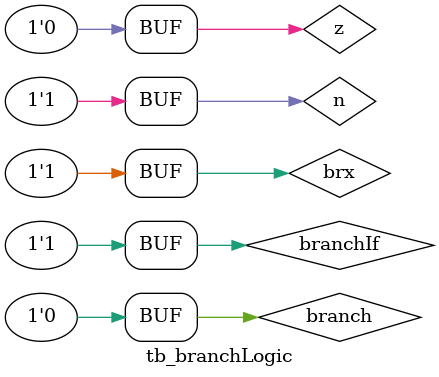
<source format=v>
`timescale 1ns / 1ps


module tb_branchLogic;

	// Inputs
	reg branch;
	reg branchIf;
	reg brx;
	reg z;
	reg n;

	// Outputs
	wire result;

	// Instantiate the Unit Under Test (UUT)
	branchLogic uut (
		.branch(branch), 
		.branchIf(branchIf), 
		.brx(brx), 
		.z(z), 
		.n(n), 
		.result(result)
	);

	initial begin
		// Initialize Inputs
		branch = 0;
		branchIf = 0;
		brx = 0;
		z = 0;
		n = 0;

		// Wait 100 ns for global reset to finish
		#100;
        branch = 1;
        #100;
        branch = 0;
        #100;
        branchIf = 1;
        #100;
        z = 0;
        #100;
        z = 1;
        #100;
        z = 0;
        n = 1;
        #100;
        brx = 1;
        
		// Add stimulus here

	end
      
endmodule


</source>
